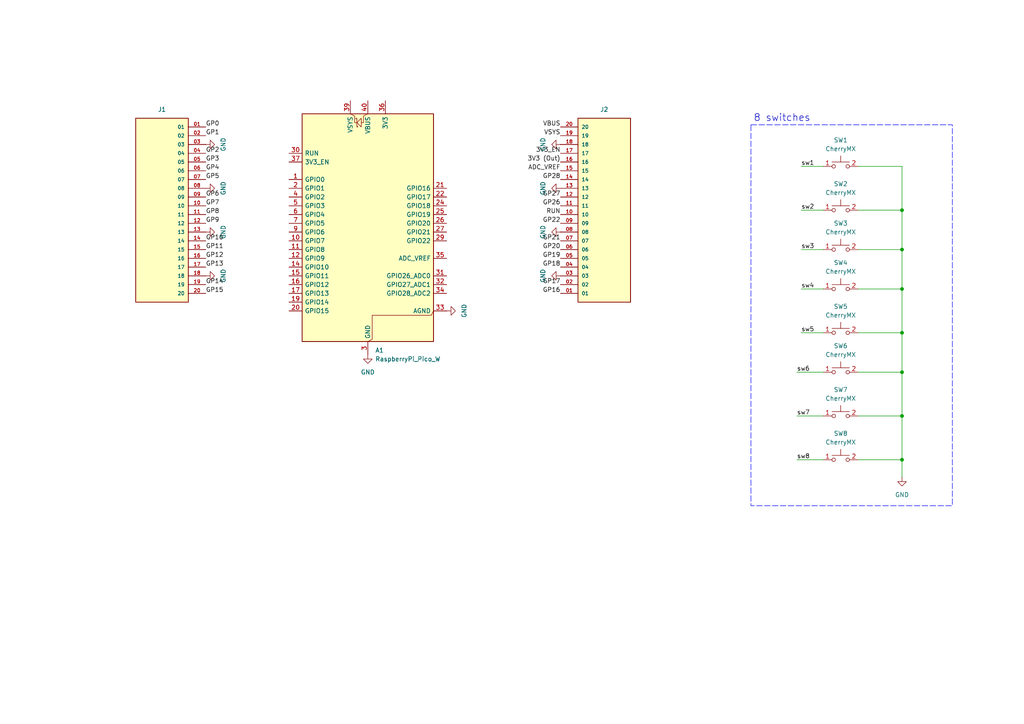
<source format=kicad_sch>
(kicad_sch
	(version 20250114)
	(generator "eeschema")
	(generator_version "9.0")
	(uuid "a9ea1c29-3fe9-4f46-bdab-0b296b7aafd1")
	(paper "A4")
	(lib_symbols
		(symbol "20 pin female:SSW-120-01-G-S-LL"
			(pin_names
				(offset 1.016)
			)
			(exclude_from_sim no)
			(in_bom yes)
			(on_board yes)
			(property "Reference" "J"
				(at -8.12 27.94 0)
				(effects
					(font
						(size 1.27 1.27)
					)
					(justify left bottom)
				)
			)
			(property "Value" "SSW-120-01-G-S-LL"
				(at -7.62 -27.94 0)
				(effects
					(font
						(size 1.27 1.27)
					)
					(justify left bottom)
				)
			)
			(property "Footprint" "SSW-120-01-G-S-LL:SAMTEC_SSW-120-01-G-S-LL"
				(at 0 0 0)
				(effects
					(font
						(size 1.27 1.27)
					)
					(justify bottom)
					(hide yes)
				)
			)
			(property "Datasheet" ""
				(at 0 0 0)
				(effects
					(font
						(size 1.27 1.27)
					)
					(hide yes)
				)
			)
			(property "Description" ""
				(at 0 0 0)
				(effects
					(font
						(size 1.27 1.27)
					)
					(hide yes)
				)
			)
			(property "PARTREV" "R"
				(at 0 0 0)
				(effects
					(font
						(size 1.27 1.27)
					)
					(justify bottom)
					(hide yes)
				)
			)
			(property "STANDARD" "Manufacturer Recommendations"
				(at 0 0 0)
				(effects
					(font
						(size 1.27 1.27)
					)
					(justify bottom)
					(hide yes)
				)
			)
			(property "MANUFACTURER" "Samtec"
				(at 0 0 0)
				(effects
					(font
						(size 1.27 1.27)
					)
					(justify bottom)
					(hide yes)
				)
			)
			(symbol "SSW-120-01-G-S-LL_0_0"
				(rectangle
					(start -7.62 -25.4)
					(end 7.62 27.94)
					(stroke
						(width 0.254)
						(type default)
					)
					(fill
						(type background)
					)
				)
				(pin passive line
					(at -12.7 25.4 0)
					(length 5.08)
					(name "01"
						(effects
							(font
								(size 1.016 1.016)
							)
						)
					)
					(number "01"
						(effects
							(font
								(size 1.016 1.016)
							)
						)
					)
				)
				(pin passive line
					(at -12.7 22.86 0)
					(length 5.08)
					(name "02"
						(effects
							(font
								(size 1.016 1.016)
							)
						)
					)
					(number "02"
						(effects
							(font
								(size 1.016 1.016)
							)
						)
					)
				)
				(pin passive line
					(at -12.7 20.32 0)
					(length 5.08)
					(name "03"
						(effects
							(font
								(size 1.016 1.016)
							)
						)
					)
					(number "03"
						(effects
							(font
								(size 1.016 1.016)
							)
						)
					)
				)
				(pin passive line
					(at -12.7 17.78 0)
					(length 5.08)
					(name "04"
						(effects
							(font
								(size 1.016 1.016)
							)
						)
					)
					(number "04"
						(effects
							(font
								(size 1.016 1.016)
							)
						)
					)
				)
				(pin passive line
					(at -12.7 15.24 0)
					(length 5.08)
					(name "05"
						(effects
							(font
								(size 1.016 1.016)
							)
						)
					)
					(number "05"
						(effects
							(font
								(size 1.016 1.016)
							)
						)
					)
				)
				(pin passive line
					(at -12.7 12.7 0)
					(length 5.08)
					(name "06"
						(effects
							(font
								(size 1.016 1.016)
							)
						)
					)
					(number "06"
						(effects
							(font
								(size 1.016 1.016)
							)
						)
					)
				)
				(pin passive line
					(at -12.7 10.16 0)
					(length 5.08)
					(name "07"
						(effects
							(font
								(size 1.016 1.016)
							)
						)
					)
					(number "07"
						(effects
							(font
								(size 1.016 1.016)
							)
						)
					)
				)
				(pin passive line
					(at -12.7 7.62 0)
					(length 5.08)
					(name "08"
						(effects
							(font
								(size 1.016 1.016)
							)
						)
					)
					(number "08"
						(effects
							(font
								(size 1.016 1.016)
							)
						)
					)
				)
				(pin passive line
					(at -12.7 5.08 0)
					(length 5.08)
					(name "09"
						(effects
							(font
								(size 1.016 1.016)
							)
						)
					)
					(number "09"
						(effects
							(font
								(size 1.016 1.016)
							)
						)
					)
				)
				(pin passive line
					(at -12.7 2.54 0)
					(length 5.08)
					(name "10"
						(effects
							(font
								(size 1.016 1.016)
							)
						)
					)
					(number "10"
						(effects
							(font
								(size 1.016 1.016)
							)
						)
					)
				)
				(pin passive line
					(at -12.7 0 0)
					(length 5.08)
					(name "11"
						(effects
							(font
								(size 1.016 1.016)
							)
						)
					)
					(number "11"
						(effects
							(font
								(size 1.016 1.016)
							)
						)
					)
				)
				(pin passive line
					(at -12.7 -2.54 0)
					(length 5.08)
					(name "12"
						(effects
							(font
								(size 1.016 1.016)
							)
						)
					)
					(number "12"
						(effects
							(font
								(size 1.016 1.016)
							)
						)
					)
				)
				(pin passive line
					(at -12.7 -5.08 0)
					(length 5.08)
					(name "13"
						(effects
							(font
								(size 1.016 1.016)
							)
						)
					)
					(number "13"
						(effects
							(font
								(size 1.016 1.016)
							)
						)
					)
				)
				(pin passive line
					(at -12.7 -7.62 0)
					(length 5.08)
					(name "14"
						(effects
							(font
								(size 1.016 1.016)
							)
						)
					)
					(number "14"
						(effects
							(font
								(size 1.016 1.016)
							)
						)
					)
				)
				(pin passive line
					(at -12.7 -10.16 0)
					(length 5.08)
					(name "15"
						(effects
							(font
								(size 1.016 1.016)
							)
						)
					)
					(number "15"
						(effects
							(font
								(size 1.016 1.016)
							)
						)
					)
				)
				(pin passive line
					(at -12.7 -12.7 0)
					(length 5.08)
					(name "16"
						(effects
							(font
								(size 1.016 1.016)
							)
						)
					)
					(number "16"
						(effects
							(font
								(size 1.016 1.016)
							)
						)
					)
				)
				(pin passive line
					(at -12.7 -15.24 0)
					(length 5.08)
					(name "17"
						(effects
							(font
								(size 1.016 1.016)
							)
						)
					)
					(number "17"
						(effects
							(font
								(size 1.016 1.016)
							)
						)
					)
				)
				(pin passive line
					(at -12.7 -17.78 0)
					(length 5.08)
					(name "18"
						(effects
							(font
								(size 1.016 1.016)
							)
						)
					)
					(number "18"
						(effects
							(font
								(size 1.016 1.016)
							)
						)
					)
				)
				(pin passive line
					(at -12.7 -20.32 0)
					(length 5.08)
					(name "19"
						(effects
							(font
								(size 1.016 1.016)
							)
						)
					)
					(number "19"
						(effects
							(font
								(size 1.016 1.016)
							)
						)
					)
				)
				(pin passive line
					(at -12.7 -22.86 0)
					(length 5.08)
					(name "20"
						(effects
							(font
								(size 1.016 1.016)
							)
						)
					)
					(number "20"
						(effects
							(font
								(size 1.016 1.016)
							)
						)
					)
				)
			)
			(embedded_fonts no)
		)
		(symbol "CherryMX:CherryMX"
			(pin_names
				(offset 0.254)
			)
			(exclude_from_sim no)
			(in_bom yes)
			(on_board yes)
			(property "Reference" "SW"
				(at 2.54 3.175 0)
				(effects
					(font
						(size 1.27 1.27)
					)
				)
			)
			(property "Value" "CherryMX"
				(at 0 -1.905 0)
				(effects
					(font
						(size 1.27 1.27)
					)
				)
			)
			(property "Footprint" ""
				(at 0 0.635 0)
				(effects
					(font
						(size 1.27 1.27)
					)
					(hide yes)
				)
			)
			(property "Datasheet" ""
				(at 0 0.635 0)
				(effects
					(font
						(size 1.27 1.27)
					)
					(hide yes)
				)
			)
			(property "Description" ""
				(at 0 0 0)
				(effects
					(font
						(size 1.27 1.27)
					)
					(hide yes)
				)
			)
			(symbol "CherryMX_1_1"
				(circle
					(center -2.032 0)
					(radius 0.508)
					(stroke
						(width 0)
						(type solid)
					)
					(fill
						(type none)
					)
				)
				(polyline
					(pts
						(xy 0 1.27) (xy 0 3.048)
					)
					(stroke
						(width 0)
						(type solid)
					)
					(fill
						(type none)
					)
				)
				(circle
					(center 2.032 0)
					(radius 0.508)
					(stroke
						(width 0)
						(type solid)
					)
					(fill
						(type none)
					)
				)
				(polyline
					(pts
						(xy 2.54 1.27) (xy -2.54 1.27)
					)
					(stroke
						(width 0)
						(type solid)
					)
					(fill
						(type none)
					)
				)
				(pin passive line
					(at -5.08 0 0)
					(length 2.54)
					(name "~"
						(effects
							(font
								(size 1.27 1.27)
							)
						)
					)
					(number "1"
						(effects
							(font
								(size 1.27 1.27)
							)
						)
					)
				)
				(pin passive line
					(at 5.08 0 180)
					(length 2.54)
					(name "~"
						(effects
							(font
								(size 1.27 1.27)
							)
						)
					)
					(number "2"
						(effects
							(font
								(size 1.27 1.27)
							)
						)
					)
				)
			)
			(embedded_fonts no)
		)
		(symbol "MCU_Module:RaspberryPi_Pico_W"
			(pin_names
				(offset 0.762)
			)
			(exclude_from_sim no)
			(in_bom yes)
			(on_board yes)
			(property "Reference" "A"
				(at -19.05 35.56 0)
				(effects
					(font
						(size 1.27 1.27)
					)
					(justify left)
				)
			)
			(property "Value" "RaspberryPi_Pico_W"
				(at 7.62 35.56 0)
				(effects
					(font
						(size 1.27 1.27)
					)
					(justify left)
				)
			)
			(property "Footprint" "Module:RaspberryPi_Pico_W_SMD_HandSolder"
				(at 0 -46.99 0)
				(effects
					(font
						(size 1.27 1.27)
					)
					(hide yes)
				)
			)
			(property "Datasheet" "https://datasheets.raspberrypi.com/picow/pico-w-datasheet.pdf"
				(at 0 -49.53 0)
				(effects
					(font
						(size 1.27 1.27)
					)
					(hide yes)
				)
			)
			(property "Description" "Versatile and inexpensive wireless microcontroller module powered by RP2040 dual-core Arm Cortex-M0+ processor up to 133 MHz, 264kB SRAM, 2MB QSPI flash, Infineon CYW43439 2.4GHz 802.11n wireless LAN; also supports Raspberry Pi Pico 2 W"
				(at 0 -52.07 0)
				(effects
					(font
						(size 1.27 1.27)
					)
					(hide yes)
				)
			)
			(property "ki_keywords" "RP2350A M33 RISC-V Hazard3 usb wifi bluetooth"
				(at 0 0 0)
				(effects
					(font
						(size 1.27 1.27)
					)
					(hide yes)
				)
			)
			(property "ki_fp_filters" "RaspberryPi?Pico?Common* RaspberryPi?Pico?W?SMD*"
				(at 0 0 0)
				(effects
					(font
						(size 1.27 1.27)
					)
					(hide yes)
				)
			)
			(symbol "RaspberryPi_Pico_W_0_1"
				(rectangle
					(start -19.05 34.29)
					(end 19.05 -31.75)
					(stroke
						(width 0.254)
						(type default)
					)
					(fill
						(type background)
					)
				)
				(polyline
					(pts
						(xy -5.08 34.29) (xy -3.81 33.655) (xy -3.81 31.75) (xy -3.175 31.75)
					)
					(stroke
						(width 0)
						(type default)
					)
					(fill
						(type none)
					)
				)
				(polyline
					(pts
						(xy -3.429 32.766) (xy -3.429 33.02) (xy -3.175 33.02) (xy -3.175 30.48) (xy -2.921 30.48) (xy -2.921 30.734)
					)
					(stroke
						(width 0)
						(type default)
					)
					(fill
						(type none)
					)
				)
				(polyline
					(pts
						(xy -3.175 31.75) (xy -1.905 33.02) (xy -1.905 30.48) (xy -3.175 31.75)
					)
					(stroke
						(width 0)
						(type default)
					)
					(fill
						(type none)
					)
				)
				(polyline
					(pts
						(xy 0 34.29) (xy -1.27 33.655) (xy -1.27 31.75) (xy -1.905 31.75)
					)
					(stroke
						(width 0)
						(type default)
					)
					(fill
						(type none)
					)
				)
				(polyline
					(pts
						(xy 0 -31.75) (xy 1.27 -31.115) (xy 1.27 -24.13) (xy 18.415 -24.13) (xy 19.05 -22.86)
					)
					(stroke
						(width 0)
						(type default)
					)
					(fill
						(type none)
					)
				)
			)
			(symbol "RaspberryPi_Pico_W_1_1"
				(pin passive line
					(at -22.86 22.86 0)
					(length 3.81)
					(name "RUN"
						(effects
							(font
								(size 1.27 1.27)
							)
						)
					)
					(number "30"
						(effects
							(font
								(size 1.27 1.27)
							)
						)
					)
					(alternate "~{RESET}" passive line)
				)
				(pin passive line
					(at -22.86 20.32 0)
					(length 3.81)
					(name "3V3_EN"
						(effects
							(font
								(size 1.27 1.27)
							)
						)
					)
					(number "37"
						(effects
							(font
								(size 1.27 1.27)
							)
						)
					)
					(alternate "~{3V3_DISABLE}" passive line)
				)
				(pin bidirectional line
					(at -22.86 15.24 0)
					(length 3.81)
					(name "GPIO0"
						(effects
							(font
								(size 1.27 1.27)
							)
						)
					)
					(number "1"
						(effects
							(font
								(size 1.27 1.27)
							)
						)
					)
					(alternate "I2C0_SDA" bidirectional line)
					(alternate "PWM0_A" output line)
					(alternate "SPI0_RX" input line)
					(alternate "UART0_TX" output line)
					(alternate "USB_OVCUR_DET" input line)
				)
				(pin bidirectional line
					(at -22.86 12.7 0)
					(length 3.81)
					(name "GPIO1"
						(effects
							(font
								(size 1.27 1.27)
							)
						)
					)
					(number "2"
						(effects
							(font
								(size 1.27 1.27)
							)
						)
					)
					(alternate "I2C0_SCL" bidirectional clock)
					(alternate "PWM0_B" bidirectional line)
					(alternate "UART0_RX" input line)
					(alternate "USB_VBUS_DET" passive line)
					(alternate "~{SPI0_CSn}" bidirectional line)
				)
				(pin bidirectional line
					(at -22.86 10.16 0)
					(length 3.81)
					(name "GPIO2"
						(effects
							(font
								(size 1.27 1.27)
							)
						)
					)
					(number "4"
						(effects
							(font
								(size 1.27 1.27)
							)
						)
					)
					(alternate "I2C1_SDA" bidirectional line)
					(alternate "PWM1_A" output line)
					(alternate "SPI0_SCK" bidirectional clock)
					(alternate "UART0_CTS" input line)
					(alternate "USB_VBUS_EN" output line)
				)
				(pin bidirectional line
					(at -22.86 7.62 0)
					(length 3.81)
					(name "GPIO3"
						(effects
							(font
								(size 1.27 1.27)
							)
						)
					)
					(number "5"
						(effects
							(font
								(size 1.27 1.27)
							)
						)
					)
					(alternate "I2C1_SCL" bidirectional clock)
					(alternate "PWM1_B" bidirectional line)
					(alternate "SPI0_TX" output line)
					(alternate "UART0_RTS" output line)
					(alternate "USB_OVCUR_DET" input line)
				)
				(pin bidirectional line
					(at -22.86 5.08 0)
					(length 3.81)
					(name "GPIO4"
						(effects
							(font
								(size 1.27 1.27)
							)
						)
					)
					(number "6"
						(effects
							(font
								(size 1.27 1.27)
							)
						)
					)
					(alternate "I2C0_SDA" bidirectional line)
					(alternate "PWM2_A" output line)
					(alternate "SPI0_RX" input line)
					(alternate "UART1_TX" output line)
					(alternate "USB_VBUS_DET" input line)
				)
				(pin bidirectional line
					(at -22.86 2.54 0)
					(length 3.81)
					(name "GPIO5"
						(effects
							(font
								(size 1.27 1.27)
							)
						)
					)
					(number "7"
						(effects
							(font
								(size 1.27 1.27)
							)
						)
					)
					(alternate "I2C0_SCL" bidirectional clock)
					(alternate "PWM2_B" bidirectional line)
					(alternate "UART1_RX" input line)
					(alternate "USB_VBUS_EN" output line)
					(alternate "~{SPI0_CSn}" bidirectional line)
				)
				(pin bidirectional line
					(at -22.86 0 0)
					(length 3.81)
					(name "GPIO6"
						(effects
							(font
								(size 1.27 1.27)
							)
						)
					)
					(number "9"
						(effects
							(font
								(size 1.27 1.27)
							)
						)
					)
					(alternate "I2C1_SDA" bidirectional line)
					(alternate "PWM3_A" output line)
					(alternate "SPI0_SCK" bidirectional clock)
					(alternate "UART1_CTS" input line)
					(alternate "USB_OVCUR_DET" input line)
				)
				(pin bidirectional line
					(at -22.86 -2.54 0)
					(length 3.81)
					(name "GPIO7"
						(effects
							(font
								(size 1.27 1.27)
							)
						)
					)
					(number "10"
						(effects
							(font
								(size 1.27 1.27)
							)
						)
					)
					(alternate "I2C1_SCL" bidirectional clock)
					(alternate "PWM3_B" bidirectional line)
					(alternate "SPI0_TX" output line)
					(alternate "UART1_RTS" output line)
					(alternate "USB_VBUS_DET" input line)
				)
				(pin bidirectional line
					(at -22.86 -5.08 0)
					(length 3.81)
					(name "GPIO8"
						(effects
							(font
								(size 1.27 1.27)
							)
						)
					)
					(number "11"
						(effects
							(font
								(size 1.27 1.27)
							)
						)
					)
					(alternate "I2C0_SDA" bidirectional line)
					(alternate "PWM4_A" output line)
					(alternate "SPI1_RX" input line)
					(alternate "UART1_TX" output line)
					(alternate "USB_VBUS_EN" output line)
				)
				(pin bidirectional line
					(at -22.86 -7.62 0)
					(length 3.81)
					(name "GPIO9"
						(effects
							(font
								(size 1.27 1.27)
							)
						)
					)
					(number "12"
						(effects
							(font
								(size 1.27 1.27)
							)
						)
					)
					(alternate "I2C0_SCL" bidirectional clock)
					(alternate "PWM4_B" bidirectional line)
					(alternate "UART1_RX" input line)
					(alternate "USB_OVCUR_DET" input line)
					(alternate "~{SPI1_CSn}" bidirectional line)
				)
				(pin bidirectional line
					(at -22.86 -10.16 0)
					(length 3.81)
					(name "GPIO10"
						(effects
							(font
								(size 1.27 1.27)
							)
						)
					)
					(number "14"
						(effects
							(font
								(size 1.27 1.27)
							)
						)
					)
					(alternate "I2C1_SDA" bidirectional line)
					(alternate "PWM5_A" output line)
					(alternate "SPI1_SCK" bidirectional clock)
					(alternate "UART1_CTS" input line)
					(alternate "USB_VBUS_DET" input line)
				)
				(pin bidirectional line
					(at -22.86 -12.7 0)
					(length 3.81)
					(name "GPIO11"
						(effects
							(font
								(size 1.27 1.27)
							)
						)
					)
					(number "15"
						(effects
							(font
								(size 1.27 1.27)
							)
						)
					)
					(alternate "I2C1_SCL" bidirectional clock)
					(alternate "PWM5_B" bidirectional line)
					(alternate "SPI1_TX" output line)
					(alternate "UART1_RTS" output line)
					(alternate "USB_VBUS_EN" output line)
				)
				(pin bidirectional line
					(at -22.86 -15.24 0)
					(length 3.81)
					(name "GPIO12"
						(effects
							(font
								(size 1.27 1.27)
							)
						)
					)
					(number "16"
						(effects
							(font
								(size 1.27 1.27)
							)
						)
					)
					(alternate "I2C0_SDA" bidirectional line)
					(alternate "PWM6_A" output line)
					(alternate "SPI1_RX" input line)
					(alternate "UART0_TX" output line)
					(alternate "USB_OVCUR_DET" input line)
				)
				(pin bidirectional line
					(at -22.86 -17.78 0)
					(length 3.81)
					(name "GPIO13"
						(effects
							(font
								(size 1.27 1.27)
							)
						)
					)
					(number "17"
						(effects
							(font
								(size 1.27 1.27)
							)
						)
					)
					(alternate "I2C0_SCL" bidirectional clock)
					(alternate "PWM6_B" bidirectional line)
					(alternate "UART0_RX" input line)
					(alternate "USB_VBUS_DET" input line)
					(alternate "~{SPI1_CSn}" bidirectional line)
				)
				(pin bidirectional line
					(at -22.86 -20.32 0)
					(length 3.81)
					(name "GPIO14"
						(effects
							(font
								(size 1.27 1.27)
							)
						)
					)
					(number "19"
						(effects
							(font
								(size 1.27 1.27)
							)
						)
					)
					(alternate "I2C1_SDA" bidirectional line)
					(alternate "PWM7_A" output line)
					(alternate "SPI1_SCK" bidirectional clock)
					(alternate "UART0_CTS" input line)
					(alternate "USB_VBUS_EN" output line)
				)
				(pin bidirectional line
					(at -22.86 -22.86 0)
					(length 3.81)
					(name "GPIO15"
						(effects
							(font
								(size 1.27 1.27)
							)
						)
					)
					(number "20"
						(effects
							(font
								(size 1.27 1.27)
							)
						)
					)
					(alternate "I2C1_SCL" bidirectional clock)
					(alternate "PWM7_B" bidirectional line)
					(alternate "SPI1_TX" output line)
					(alternate "UART0_RTS" output line)
					(alternate "USB_OVCUR_DET" input line)
				)
				(pin power_in line
					(at -5.08 38.1 270)
					(length 3.81)
					(name "VSYS"
						(effects
							(font
								(size 1.27 1.27)
							)
						)
					)
					(number "39"
						(effects
							(font
								(size 1.27 1.27)
							)
						)
					)
					(alternate "VSYS_OUT" power_out line)
				)
				(pin power_out line
					(at 0 38.1 270)
					(length 3.81)
					(name "VBUS"
						(effects
							(font
								(size 1.27 1.27)
							)
						)
					)
					(number "40"
						(effects
							(font
								(size 1.27 1.27)
							)
						)
					)
					(alternate "VBUS_IN" power_in line)
				)
				(pin passive line
					(at 0 -35.56 90)
					(length 3.81)
					(hide yes)
					(name "GND"
						(effects
							(font
								(size 1.27 1.27)
							)
						)
					)
					(number "13"
						(effects
							(font
								(size 1.27 1.27)
							)
						)
					)
				)
				(pin passive line
					(at 0 -35.56 90)
					(length 3.81)
					(hide yes)
					(name "GND"
						(effects
							(font
								(size 1.27 1.27)
							)
						)
					)
					(number "18"
						(effects
							(font
								(size 1.27 1.27)
							)
						)
					)
				)
				(pin passive line
					(at 0 -35.56 90)
					(length 3.81)
					(hide yes)
					(name "GND"
						(effects
							(font
								(size 1.27 1.27)
							)
						)
					)
					(number "23"
						(effects
							(font
								(size 1.27 1.27)
							)
						)
					)
				)
				(pin passive line
					(at 0 -35.56 90)
					(length 3.81)
					(hide yes)
					(name "GND"
						(effects
							(font
								(size 1.27 1.27)
							)
						)
					)
					(number "28"
						(effects
							(font
								(size 1.27 1.27)
							)
						)
					)
				)
				(pin power_out line
					(at 0 -35.56 90)
					(length 3.81)
					(name "GND"
						(effects
							(font
								(size 1.27 1.27)
							)
						)
					)
					(number "3"
						(effects
							(font
								(size 1.27 1.27)
							)
						)
					)
					(alternate "GND_IN" power_in line)
				)
				(pin passive line
					(at 0 -35.56 90)
					(length 3.81)
					(hide yes)
					(name "GND"
						(effects
							(font
								(size 1.27 1.27)
							)
						)
					)
					(number "38"
						(effects
							(font
								(size 1.27 1.27)
							)
						)
					)
				)
				(pin passive line
					(at 0 -35.56 90)
					(length 3.81)
					(hide yes)
					(name "GND"
						(effects
							(font
								(size 1.27 1.27)
							)
						)
					)
					(number "8"
						(effects
							(font
								(size 1.27 1.27)
							)
						)
					)
				)
				(pin power_out line
					(at 5.08 38.1 270)
					(length 3.81)
					(name "3V3"
						(effects
							(font
								(size 1.27 1.27)
							)
						)
					)
					(number "36"
						(effects
							(font
								(size 1.27 1.27)
							)
						)
					)
				)
				(pin bidirectional line
					(at 22.86 12.7 180)
					(length 3.81)
					(name "GPIO16"
						(effects
							(font
								(size 1.27 1.27)
							)
						)
					)
					(number "21"
						(effects
							(font
								(size 1.27 1.27)
							)
						)
					)
					(alternate "I2C0_SDA" bidirectional line)
					(alternate "PWM0_A" output line)
					(alternate "SPI0_RX" input line)
					(alternate "UART0_TX" output line)
					(alternate "USB_VBUS_DET" input line)
				)
				(pin bidirectional line
					(at 22.86 10.16 180)
					(length 3.81)
					(name "GPIO17"
						(effects
							(font
								(size 1.27 1.27)
							)
						)
					)
					(number "22"
						(effects
							(font
								(size 1.27 1.27)
							)
						)
					)
					(alternate "I2C0_SCL" bidirectional clock)
					(alternate "PWM0_B" bidirectional line)
					(alternate "UART0_RX" input line)
					(alternate "USB_VBUS_EN" output line)
					(alternate "~{SPI0_CSn}" bidirectional line)
				)
				(pin bidirectional line
					(at 22.86 7.62 180)
					(length 3.81)
					(name "GPIO18"
						(effects
							(font
								(size 1.27 1.27)
							)
						)
					)
					(number "24"
						(effects
							(font
								(size 1.27 1.27)
							)
						)
					)
					(alternate "I2C1_SDA" bidirectional line)
					(alternate "PWM1_A" output line)
					(alternate "SPI0_SCK" bidirectional clock)
					(alternate "UART0_CTS" input line)
					(alternate "USB_OVCUR_DET" input line)
				)
				(pin bidirectional line
					(at 22.86 5.08 180)
					(length 3.81)
					(name "GPIO19"
						(effects
							(font
								(size 1.27 1.27)
							)
						)
					)
					(number "25"
						(effects
							(font
								(size 1.27 1.27)
							)
						)
					)
					(alternate "I2C1_SCL" bidirectional clock)
					(alternate "PWM1_B" bidirectional line)
					(alternate "SPI0_TX" output line)
					(alternate "UART0_RTS" output line)
					(alternate "USB_VBUS_DET" input line)
				)
				(pin bidirectional line
					(at 22.86 2.54 180)
					(length 3.81)
					(name "GPIO20"
						(effects
							(font
								(size 1.27 1.27)
							)
						)
					)
					(number "26"
						(effects
							(font
								(size 1.27 1.27)
							)
						)
					)
					(alternate "CLOCK_GPIN0" input clock)
					(alternate "I2C0_SDA" bidirectional line)
					(alternate "PWM2_A" output line)
					(alternate "SPI0_RX" input line)
					(alternate "UART1_TX" output line)
					(alternate "USB_VBUS_EN" output line)
				)
				(pin bidirectional line
					(at 22.86 0 180)
					(length 3.81)
					(name "GPIO21"
						(effects
							(font
								(size 1.27 1.27)
							)
						)
					)
					(number "27"
						(effects
							(font
								(size 1.27 1.27)
							)
						)
					)
					(alternate "CLOCK_GPOUT0" output clock)
					(alternate "I2C0_SCL" bidirectional clock)
					(alternate "PWM2_B" bidirectional line)
					(alternate "UART1_RX" input line)
					(alternate "USB_OVCUR_DET" input line)
					(alternate "~{SPI0_CSn}" bidirectional line)
				)
				(pin bidirectional line
					(at 22.86 -2.54 180)
					(length 3.81)
					(name "GPIO22"
						(effects
							(font
								(size 1.27 1.27)
							)
						)
					)
					(number "29"
						(effects
							(font
								(size 1.27 1.27)
							)
						)
					)
					(alternate "CLOCK_GPIN1" input clock)
					(alternate "I2C1_SDA" bidirectional line)
					(alternate "PWM3_A" output line)
					(alternate "SPI0_SCK" bidirectional clock)
					(alternate "UART1_CTS" input line)
					(alternate "USB_VBUS_DET" input line)
				)
				(pin power_in line
					(at 22.86 -7.62 180)
					(length 3.81)
					(name "ADC_VREF"
						(effects
							(font
								(size 1.27 1.27)
							)
						)
					)
					(number "35"
						(effects
							(font
								(size 1.27 1.27)
							)
						)
					)
				)
				(pin bidirectional line
					(at 22.86 -12.7 180)
					(length 3.81)
					(name "GPIO26_ADC0"
						(effects
							(font
								(size 1.27 1.27)
							)
						)
					)
					(number "31"
						(effects
							(font
								(size 1.27 1.27)
							)
						)
					)
					(alternate "ADC0" input line)
					(alternate "GPIO26" bidirectional line)
					(alternate "I2C1_SDA" bidirectional line)
					(alternate "PWM5_A" output line)
					(alternate "SPI1_SCK" bidirectional clock)
					(alternate "UART1_CTS" input line)
					(alternate "USB_VBUS_EN" output line)
				)
				(pin bidirectional line
					(at 22.86 -15.24 180)
					(length 3.81)
					(name "GPIO27_ADC1"
						(effects
							(font
								(size 1.27 1.27)
							)
						)
					)
					(number "32"
						(effects
							(font
								(size 1.27 1.27)
							)
						)
					)
					(alternate "ADC1" input line)
					(alternate "GPIO27" bidirectional line)
					(alternate "I2C1_SCL" bidirectional clock)
					(alternate "PWM5_B" bidirectional line)
					(alternate "SPI1_TX" output line)
					(alternate "UART1_RTS" output line)
					(alternate "USB_OVCUR_DET" input line)
				)
				(pin bidirectional line
					(at 22.86 -17.78 180)
					(length 3.81)
					(name "GPIO28_ADC2"
						(effects
							(font
								(size 1.27 1.27)
							)
						)
					)
					(number "34"
						(effects
							(font
								(size 1.27 1.27)
							)
						)
					)
					(alternate "ADC2" input line)
					(alternate "GPIO28" bidirectional line)
					(alternate "I2C0_SDA" bidirectional line)
					(alternate "PWM6_A" output line)
					(alternate "SPI1_RX" input line)
					(alternate "UART0_TX" output line)
					(alternate "USB_VBUS_DET" input line)
				)
				(pin power_out line
					(at 22.86 -22.86 180)
					(length 3.81)
					(name "AGND"
						(effects
							(font
								(size 1.27 1.27)
							)
						)
					)
					(number "33"
						(effects
							(font
								(size 1.27 1.27)
							)
						)
					)
					(alternate "GND" passive line)
				)
			)
			(embedded_fonts no)
		)
		(symbol "power:GND"
			(power)
			(pin_numbers
				(hide yes)
			)
			(pin_names
				(offset 0)
				(hide yes)
			)
			(exclude_from_sim no)
			(in_bom yes)
			(on_board yes)
			(property "Reference" "#PWR"
				(at 0 -6.35 0)
				(effects
					(font
						(size 1.27 1.27)
					)
					(hide yes)
				)
			)
			(property "Value" "GND"
				(at 0 -3.81 0)
				(effects
					(font
						(size 1.27 1.27)
					)
				)
			)
			(property "Footprint" ""
				(at 0 0 0)
				(effects
					(font
						(size 1.27 1.27)
					)
					(hide yes)
				)
			)
			(property "Datasheet" ""
				(at 0 0 0)
				(effects
					(font
						(size 1.27 1.27)
					)
					(hide yes)
				)
			)
			(property "Description" "Power symbol creates a global label with name \"GND\" , ground"
				(at 0 0 0)
				(effects
					(font
						(size 1.27 1.27)
					)
					(hide yes)
				)
			)
			(property "ki_keywords" "global power"
				(at 0 0 0)
				(effects
					(font
						(size 1.27 1.27)
					)
					(hide yes)
				)
			)
			(symbol "GND_0_1"
				(polyline
					(pts
						(xy 0 0) (xy 0 -1.27) (xy 1.27 -1.27) (xy 0 -2.54) (xy -1.27 -1.27) (xy 0 -1.27)
					)
					(stroke
						(width 0)
						(type default)
					)
					(fill
						(type none)
					)
				)
			)
			(symbol "GND_1_1"
				(pin power_in line
					(at 0 0 270)
					(length 0)
					(name "~"
						(effects
							(font
								(size 1.27 1.27)
							)
						)
					)
					(number "1"
						(effects
							(font
								(size 1.27 1.27)
							)
						)
					)
				)
			)
			(embedded_fonts no)
		)
	)
	(rectangle
		(start 217.805 36.195)
		(end 276.225 146.685)
		(stroke
			(width 0)
			(type dash)
			(color 0 0 255 1)
		)
		(fill
			(type none)
		)
		(uuid 755a2b2c-633f-46b6-b013-badf809ffa66)
	)
	(text "8 switches\n"
		(exclude_from_sim no)
		(at 226.822 34.29 0)
		(effects
			(font
				(size 2.032 2.032)
			)
		)
		(uuid "e9d46cf6-db61-4302-866d-e4f8da6dde2a")
	)
	(junction
		(at 261.62 107.95)
		(diameter 0)
		(color 0 0 0 0)
		(uuid "07662f04-cea3-4cf0-91f9-06e07ecb28b5")
	)
	(junction
		(at 261.62 72.39)
		(diameter 0)
		(color 0 0 0 0)
		(uuid "29f55295-c5e0-4b7c-9ee3-dfa0bf06fcf1")
	)
	(junction
		(at 261.62 120.65)
		(diameter 0)
		(color 0 0 0 0)
		(uuid "331d31ca-db0d-43d1-b4bb-876ec236ef33")
	)
	(junction
		(at 261.62 60.96)
		(diameter 0)
		(color 0 0 0 0)
		(uuid "83ec3260-4d9c-48f2-92fc-e669eedc5d79")
	)
	(junction
		(at 261.62 96.52)
		(diameter 0)
		(color 0 0 0 0)
		(uuid "923b843a-f1d9-4e5c-82f5-2ceae1b9fc5c")
	)
	(junction
		(at 261.62 83.82)
		(diameter 0)
		(color 0 0 0 0)
		(uuid "c634b4d6-9f77-4ec2-87fe-0821678c9821")
	)
	(junction
		(at 261.62 133.35)
		(diameter 0)
		(color 0 0 0 0)
		(uuid "c8459f23-1304-449e-8b69-a4d0cf74a3b7")
	)
	(wire
		(pts
			(xy 248.92 107.95) (xy 261.62 107.95)
		)
		(stroke
			(width 0)
			(type default)
		)
		(uuid "283c11a6-c919-4898-87c1-75591a3e7d1a")
	)
	(wire
		(pts
			(xy 261.62 48.26) (xy 261.62 60.96)
		)
		(stroke
			(width 0)
			(type default)
		)
		(uuid "2b9fb246-e10e-4a73-892e-2a9e3cdf4cab")
	)
	(wire
		(pts
			(xy 261.62 133.35) (xy 261.62 138.43)
		)
		(stroke
			(width 0)
			(type default)
		)
		(uuid "35cef9a4-5ae7-4945-aa22-3fda38315fd3")
	)
	(wire
		(pts
			(xy 232.41 83.82) (xy 238.76 83.82)
		)
		(stroke
			(width 0)
			(type default)
		)
		(uuid "39407329-17aa-4275-8e74-b35a3b938971")
	)
	(wire
		(pts
			(xy 248.92 133.35) (xy 261.62 133.35)
		)
		(stroke
			(width 0)
			(type default)
		)
		(uuid "42a38394-bdce-43dd-b588-88225e6f81da")
	)
	(wire
		(pts
			(xy 248.92 60.96) (xy 261.62 60.96)
		)
		(stroke
			(width 0)
			(type default)
		)
		(uuid "440bc23d-d0bf-40c8-a359-b204a083a311")
	)
	(wire
		(pts
			(xy 248.92 83.82) (xy 261.62 83.82)
		)
		(stroke
			(width 0)
			(type default)
		)
		(uuid "447a7683-96eb-4e1f-996f-41cbbb22545b")
	)
	(wire
		(pts
			(xy 248.92 72.39) (xy 261.62 72.39)
		)
		(stroke
			(width 0)
			(type default)
		)
		(uuid "5a754433-f556-4e3e-bb8f-6d90f7fbbd79")
	)
	(wire
		(pts
			(xy 232.41 48.26) (xy 238.76 48.26)
		)
		(stroke
			(width 0)
			(type default)
		)
		(uuid "5d828325-f92f-4840-aa10-aa74a16ceebc")
	)
	(wire
		(pts
			(xy 261.62 60.96) (xy 261.62 72.39)
		)
		(stroke
			(width 0)
			(type default)
		)
		(uuid "5e33c0a4-12ad-4112-bb67-f04477ac85df")
	)
	(wire
		(pts
			(xy 231.14 133.35) (xy 238.76 133.35)
		)
		(stroke
			(width 0)
			(type default)
		)
		(uuid "6939bb1e-546c-4afe-a0c7-011ad2b22320")
	)
	(wire
		(pts
			(xy 261.62 96.52) (xy 261.62 107.95)
		)
		(stroke
			(width 0)
			(type default)
		)
		(uuid "7b8dd4f9-99f7-4851-9d87-ab8e501d840e")
	)
	(wire
		(pts
			(xy 231.14 120.65) (xy 238.76 120.65)
		)
		(stroke
			(width 0)
			(type default)
		)
		(uuid "983c7161-fd86-46c5-aba1-6615a4c566fc")
	)
	(wire
		(pts
			(xy 232.41 72.39) (xy 238.76 72.39)
		)
		(stroke
			(width 0)
			(type default)
		)
		(uuid "9be65847-82ae-4d2f-884a-512828a06f5c")
	)
	(wire
		(pts
			(xy 231.14 107.95) (xy 238.76 107.95)
		)
		(stroke
			(width 0)
			(type default)
		)
		(uuid "a34b6644-2d38-4b0a-8f37-4835c75e8e73")
	)
	(wire
		(pts
			(xy 261.62 83.82) (xy 261.62 96.52)
		)
		(stroke
			(width 0)
			(type default)
		)
		(uuid "a83499b1-643b-4571-afcc-36b0449c97cc")
	)
	(wire
		(pts
			(xy 232.41 60.96) (xy 238.76 60.96)
		)
		(stroke
			(width 0)
			(type default)
		)
		(uuid "b79c6c08-9cf2-4fed-a147-493abf3fdd65")
	)
	(wire
		(pts
			(xy 261.62 120.65) (xy 261.62 133.35)
		)
		(stroke
			(width 0)
			(type default)
		)
		(uuid "c7d98af2-cd34-46be-b5df-f0d48be5576d")
	)
	(wire
		(pts
			(xy 248.92 120.65) (xy 261.62 120.65)
		)
		(stroke
			(width 0)
			(type default)
		)
		(uuid "ce7dfe24-974e-44ca-8f1b-a2b1ef672651")
	)
	(wire
		(pts
			(xy 248.92 96.52) (xy 261.62 96.52)
		)
		(stroke
			(width 0)
			(type default)
		)
		(uuid "ce8fb86b-65f1-4c46-aa49-821e8228dfdc")
	)
	(wire
		(pts
			(xy 261.62 107.95) (xy 261.62 120.65)
		)
		(stroke
			(width 0)
			(type default)
		)
		(uuid "cf7035ee-d8a3-446f-880c-c13713acb5f1")
	)
	(wire
		(pts
			(xy 248.92 48.26) (xy 261.62 48.26)
		)
		(stroke
			(width 0)
			(type default)
		)
		(uuid "e6fad5c6-e580-4386-ad12-a04767d670f3")
	)
	(wire
		(pts
			(xy 232.41 96.52) (xy 238.76 96.52)
		)
		(stroke
			(width 0)
			(type default)
		)
		(uuid "ee8ecd1f-367c-4cad-8dea-bf5be3df52a3")
	)
	(wire
		(pts
			(xy 261.62 72.39) (xy 261.62 83.82)
		)
		(stroke
			(width 0)
			(type default)
		)
		(uuid "fde4e230-df71-4ae8-8a12-16bd84f60949")
	)
	(label "3V3 (Out)"
		(at 162.56 46.99 180)
		(effects
			(font
				(size 1.27 1.27)
			)
			(justify right bottom)
		)
		(uuid "042527e0-62be-43ce-b86f-5a6e66e7e532")
	)
	(label "GP2"
		(at 59.69 44.45 0)
		(effects
			(font
				(size 1.27 1.27)
			)
			(justify left bottom)
		)
		(uuid "10422644-427c-4422-b003-cd82e9d701ca")
	)
	(label "VSYS"
		(at 162.56 39.37 180)
		(effects
			(font
				(size 1.27 1.27)
			)
			(justify right bottom)
		)
		(uuid "15cb0b77-4125-497d-a562-4c84750c9ab3")
	)
	(label "sw7"
		(at 231.14 120.65 0)
		(effects
			(font
				(size 1.27 1.27)
			)
			(justify left bottom)
		)
		(uuid "1cb88e1c-da2b-4c51-aa52-bd6bddbd81ce")
	)
	(label "GP7"
		(at 59.69 59.69 0)
		(effects
			(font
				(size 1.27 1.27)
			)
			(justify left bottom)
		)
		(uuid "2e51d5f2-19a2-4a7b-b70c-167d52a8f028")
	)
	(label "sw1"
		(at 232.41 48.26 0)
		(effects
			(font
				(size 1.27 1.27)
			)
			(justify left bottom)
		)
		(uuid "369774a7-b81b-4d4b-818a-dfa7c892e519")
	)
	(label "GP9"
		(at 59.69 64.77 0)
		(effects
			(font
				(size 1.27 1.27)
			)
			(justify left bottom)
		)
		(uuid "37e5e5e0-1e9a-4a69-b858-78d10819f164")
	)
	(label "VBUS"
		(at 162.56 36.83 180)
		(effects
			(font
				(size 1.27 1.27)
			)
			(justify right bottom)
		)
		(uuid "393e9db4-c738-4dfe-821d-2190c6af793b")
	)
	(label "sw4"
		(at 232.41 83.82 0)
		(effects
			(font
				(size 1.27 1.27)
			)
			(justify left bottom)
		)
		(uuid "3ab7eec8-eeec-4b9e-b4d6-26bab8fe0877")
	)
	(label "GP5"
		(at 59.69 52.07 0)
		(effects
			(font
				(size 1.27 1.27)
			)
			(justify left bottom)
		)
		(uuid "46c8d61f-acc6-4559-aeca-5a187ea8ff13")
	)
	(label "sw6"
		(at 231.14 107.95 0)
		(effects
			(font
				(size 1.27 1.27)
			)
			(justify left bottom)
		)
		(uuid "480bd3ce-1eeb-44f8-adaa-f32d3b81ee87")
	)
	(label "3V3_EN"
		(at 162.56 44.45 180)
		(effects
			(font
				(size 1.27 1.27)
			)
			(justify right bottom)
		)
		(uuid "482c8f34-bf46-41a4-ac2e-43bf19e37b44")
	)
	(label "GP11"
		(at 59.69 72.39 0)
		(effects
			(font
				(size 1.27 1.27)
			)
			(justify left bottom)
		)
		(uuid "53cac0f9-6d3d-4160-8e9d-89b26d0eff7f")
	)
	(label "sw8"
		(at 231.14 133.35 0)
		(effects
			(font
				(size 1.27 1.27)
			)
			(justify left bottom)
		)
		(uuid "565edaa3-5ac4-4ec8-8420-232197c3b1ba")
	)
	(label "RUN"
		(at 162.56 62.23 180)
		(effects
			(font
				(size 1.27 1.27)
			)
			(justify right bottom)
		)
		(uuid "57bc75eb-8110-4bde-a249-0f6f3e003b9c")
	)
	(label "GP17"
		(at 162.56 82.55 180)
		(effects
			(font
				(size 1.27 1.27)
			)
			(justify right bottom)
		)
		(uuid "581b9f95-4298-4178-9765-500295f9b58b")
	)
	(label "GP14"
		(at 59.69 82.55 0)
		(effects
			(font
				(size 1.27 1.27)
			)
			(justify left bottom)
		)
		(uuid "60207dc6-46cf-45e6-b66e-f53feebedc34")
	)
	(label "GP3"
		(at 59.69 46.99 0)
		(effects
			(font
				(size 1.27 1.27)
			)
			(justify left bottom)
		)
		(uuid "646f1d28-09ee-4fc6-a95e-8bfa21dc6c0d")
	)
	(label "GP10"
		(at 59.69 69.85 0)
		(effects
			(font
				(size 1.27 1.27)
			)
			(justify left bottom)
		)
		(uuid "65f4ac7d-d363-4bf6-87d5-ea6ae881ce6d")
	)
	(label "GP0"
		(at 59.69 36.83 0)
		(effects
			(font
				(size 1.27 1.27)
			)
			(justify left bottom)
		)
		(uuid "68519e9f-b898-4042-be1b-60c8b3335b5f")
	)
	(label "GP18"
		(at 162.56 77.47 180)
		(effects
			(font
				(size 1.27 1.27)
			)
			(justify right bottom)
		)
		(uuid "6a3e5730-96a6-4057-afaa-06c78fca3b91")
	)
	(label "GP21"
		(at 162.56 69.85 180)
		(effects
			(font
				(size 1.27 1.27)
			)
			(justify right bottom)
		)
		(uuid "737012a7-9377-4a3e-b5ea-8f3563b1c0e9")
	)
	(label "sw5"
		(at 232.41 96.52 0)
		(effects
			(font
				(size 1.27 1.27)
			)
			(justify left bottom)
		)
		(uuid "78e054af-c829-43a2-9c40-b9d59b83bbb8")
	)
	(label "GP13"
		(at 59.69 77.47 0)
		(effects
			(font
				(size 1.27 1.27)
			)
			(justify left bottom)
		)
		(uuid "7dd4c0e2-7334-4636-98a7-39aa9e5d86d5")
	)
	(label "GP22"
		(at 162.56 64.77 180)
		(effects
			(font
				(size 1.27 1.27)
			)
			(justify right bottom)
		)
		(uuid "892b03c4-6fad-4730-9072-aa641d533ac0")
	)
	(label "sw2"
		(at 232.41 60.96 0)
		(effects
			(font
				(size 1.27 1.27)
			)
			(justify left bottom)
		)
		(uuid "964368aa-f5cd-4867-b737-e22625adc939")
	)
	(label "GP12"
		(at 59.69 74.93 0)
		(effects
			(font
				(size 1.27 1.27)
			)
			(justify left bottom)
		)
		(uuid "966db767-1f24-4712-869e-75adc71d491c")
	)
	(label "sw3"
		(at 232.41 72.39 0)
		(effects
			(font
				(size 1.27 1.27)
			)
			(justify left bottom)
		)
		(uuid "9ebfe99d-d3a4-4416-acfb-02a786701cb6")
	)
	(label "GP27"
		(at 162.56 57.15 180)
		(effects
			(font
				(size 1.27 1.27)
			)
			(justify right bottom)
		)
		(uuid "a9c424bf-81da-4e2e-b3d7-8aabd9b044a1")
	)
	(label "GP1"
		(at 59.69 39.37 0)
		(effects
			(font
				(size 1.27 1.27)
			)
			(justify left bottom)
		)
		(uuid "ad56c68b-ae61-4b46-8405-9b74d33be633")
	)
	(label "GP16"
		(at 162.56 85.09 180)
		(effects
			(font
				(size 1.27 1.27)
			)
			(justify right bottom)
		)
		(uuid "b256596c-8418-4212-85ff-a60dbe8e9600")
	)
	(label "GP4"
		(at 59.69 49.53 0)
		(effects
			(font
				(size 1.27 1.27)
			)
			(justify left bottom)
		)
		(uuid "bf19df68-2f8f-4c14-bf22-5d031dcb463c")
	)
	(label "GP6"
		(at 59.69 57.15 0)
		(effects
			(font
				(size 1.27 1.27)
			)
			(justify left bottom)
		)
		(uuid "cd8da46d-597d-45a8-8beb-d4623bcb6a34")
	)
	(label "GP19"
		(at 162.56 74.93 180)
		(effects
			(font
				(size 1.27 1.27)
			)
			(justify right bottom)
		)
		(uuid "d7535ca7-50b3-45ff-84f2-5fcc5637e075")
	)
	(label "ADC_VREF"
		(at 162.56 49.53 180)
		(effects
			(font
				(size 1.27 1.27)
			)
			(justify right bottom)
		)
		(uuid "d9bd2798-dd45-4c9f-b733-4882de19a71d")
	)
	(label "GP28"
		(at 162.56 52.07 180)
		(effects
			(font
				(size 1.27 1.27)
			)
			(justify right bottom)
		)
		(uuid "e1f89ab3-12b9-4b97-872c-71da5e0cc022")
	)
	(label "GP26"
		(at 162.56 59.69 180)
		(effects
			(font
				(size 1.27 1.27)
			)
			(justify right bottom)
		)
		(uuid "f0946966-218a-4da8-b3ea-32b128b7f353")
	)
	(label "GP15"
		(at 59.69 85.09 0)
		(effects
			(font
				(size 1.27 1.27)
			)
			(justify left bottom)
		)
		(uuid "f274f48c-a6ed-4f03-86fb-d64c238ccf2c")
	)
	(label "GP20"
		(at 162.56 72.39 180)
		(effects
			(font
				(size 1.27 1.27)
			)
			(justify right bottom)
		)
		(uuid "f6bd92e6-6a3a-4747-967d-327a98e741b9")
	)
	(label "GP8"
		(at 59.69 62.23 0)
		(effects
			(font
				(size 1.27 1.27)
			)
			(justify left bottom)
		)
		(uuid "f7b8525d-b843-4ceb-b534-f01a5a4d6fdf")
	)
	(symbol
		(lib_id "power:GND")
		(at 106.68 102.87 0)
		(unit 1)
		(exclude_from_sim no)
		(in_bom yes)
		(on_board yes)
		(dnp no)
		(fields_autoplaced yes)
		(uuid "01f9214f-ae42-4d16-bf90-0d22b7828fa5")
		(property "Reference" "#PWR05"
			(at 106.68 109.22 0)
			(effects
				(font
					(size 1.27 1.27)
				)
				(hide yes)
			)
		)
		(property "Value" "GND"
			(at 106.68 107.95 0)
			(effects
				(font
					(size 1.27 1.27)
				)
			)
		)
		(property "Footprint" ""
			(at 106.68 102.87 0)
			(effects
				(font
					(size 1.27 1.27)
				)
				(hide yes)
			)
		)
		(property "Datasheet" ""
			(at 106.68 102.87 0)
			(effects
				(font
					(size 1.27 1.27)
				)
				(hide yes)
			)
		)
		(property "Description" "Power symbol creates a global label with name \"GND\" , ground"
			(at 106.68 102.87 0)
			(effects
				(font
					(size 1.27 1.27)
				)
				(hide yes)
			)
		)
		(pin "1"
			(uuid "f7ab0191-6c55-4719-9f5d-761bade74aaf")
		)
		(instances
			(project "Macro_Pad"
				(path "/a9ea1c29-3fe9-4f46-bdab-0b296b7aafd1"
					(reference "#PWR05")
					(unit 1)
				)
			)
		)
	)
	(symbol
		(lib_id "20 pin female:SSW-120-01-G-S-LL")
		(at 46.99 62.23 0)
		(mirror y)
		(unit 1)
		(exclude_from_sim no)
		(in_bom yes)
		(on_board yes)
		(dnp no)
		(fields_autoplaced yes)
		(uuid "08f8704d-b5c5-4bfb-8a70-ed11b490a1a4")
		(property "Reference" "J1"
			(at 46.99 31.75 0)
			(effects
				(font
					(size 1.27 1.27)
				)
			)
		)
		(property "Value" "SSW-120-01-G-S-LL"
			(at 38.1 62.2299 0)
			(effects
				(font
					(size 1.27 1.27)
				)
				(justify left)
				(hide yes)
			)
		)
		(property "Footprint" "SSW-120-01-G-S-LL:SAMTEC_SSW-120-01-G-S-LL"
			(at 46.99 62.23 0)
			(effects
				(font
					(size 1.27 1.27)
				)
				(justify bottom)
				(hide yes)
			)
		)
		(property "Datasheet" ""
			(at 46.99 62.23 0)
			(effects
				(font
					(size 1.27 1.27)
				)
				(hide yes)
			)
		)
		(property "Description" ""
			(at 46.99 62.23 0)
			(effects
				(font
					(size 1.27 1.27)
				)
				(hide yes)
			)
		)
		(property "PARTREV" "R"
			(at 46.99 62.23 0)
			(effects
				(font
					(size 1.27 1.27)
				)
				(justify bottom)
				(hide yes)
			)
		)
		(property "STANDARD" "Manufacturer Recommendations"
			(at 46.99 62.23 0)
			(effects
				(font
					(size 1.27 1.27)
				)
				(justify bottom)
				(hide yes)
			)
		)
		(property "MANUFACTURER" "Samtec"
			(at 46.99 62.23 0)
			(effects
				(font
					(size 1.27 1.27)
				)
				(justify bottom)
				(hide yes)
			)
		)
		(pin "11"
			(uuid "91f8173f-6c4d-42db-84d8-b539dd6fd49b")
		)
		(pin "14"
			(uuid "74455ff9-ca59-4b58-962c-078102dcd86c")
		)
		(pin "01"
			(uuid "588226b1-852f-4920-90c7-cde45ff210f1")
		)
		(pin "07"
			(uuid "98a6117b-1b59-483a-bb18-b0405f25aee1")
		)
		(pin "10"
			(uuid "1c16fb54-cadd-40fe-b21d-4722f90b7c80")
		)
		(pin "12"
			(uuid "1aea3c55-5d79-4896-ae4a-b11e5edc4e79")
		)
		(pin "17"
			(uuid "193e141c-51ce-4a02-a3b3-b2c298a58264")
		)
		(pin "04"
			(uuid "f5a03f56-e3ac-4775-8274-01edc3de2943")
		)
		(pin "08"
			(uuid "79ac85b2-2ae7-4908-b191-884c28f5a223")
		)
		(pin "03"
			(uuid "e25f9b9f-fdd5-493f-875e-64de2ea10c5d")
		)
		(pin "02"
			(uuid "00fc7555-2e91-4d2a-adeb-8b1f5551b1e0")
		)
		(pin "18"
			(uuid "3d64b6f9-2382-4a8d-af06-55a384052f56")
		)
		(pin "16"
			(uuid "1afa9f99-8b72-4910-bcb1-3dd31cb95293")
		)
		(pin "13"
			(uuid "14b59916-e9dc-4553-9bc3-9acd000b1040")
		)
		(pin "06"
			(uuid "3626f1ca-20a7-4ebf-a0b3-34d65e27d4d4")
		)
		(pin "15"
			(uuid "4241f259-e4a2-4f1a-8138-67ae36cafe2f")
		)
		(pin "19"
			(uuid "8c387d10-1a54-4e17-8a78-7dc66bc53fc5")
		)
		(pin "20"
			(uuid "ad44969f-9dbd-4c21-9348-d5a1e21e2789")
		)
		(pin "05"
			(uuid "ef9485fe-4e36-4057-9ced-926b856e42c9")
		)
		(pin "09"
			(uuid "6c282f0a-0283-4389-98ed-2034db557c44")
		)
		(instances
			(project ""
				(path "/a9ea1c29-3fe9-4f46-bdab-0b296b7aafd1"
					(reference "J1")
					(unit 1)
				)
			)
		)
	)
	(symbol
		(lib_id "CherryMX:CherryMX")
		(at 243.84 107.95 0)
		(unit 1)
		(exclude_from_sim no)
		(in_bom yes)
		(on_board yes)
		(dnp no)
		(fields_autoplaced yes)
		(uuid "1d5b0899-567c-4772-99d3-88a47f5e776c")
		(property "Reference" "SW6"
			(at 243.84 100.33 0)
			(effects
				(font
					(size 1.27 1.27)
				)
			)
		)
		(property "Value" "CherryMX"
			(at 243.84 102.87 0)
			(effects
				(font
					(size 1.27 1.27)
				)
			)
		)
		(property "Footprint" "Button_Switch_Keyboard:SW_Cherry_MX_1.00u_PCB"
			(at 243.84 107.315 0)
			(effects
				(font
					(size 1.27 1.27)
				)
				(hide yes)
			)
		)
		(property "Datasheet" ""
			(at 243.84 107.315 0)
			(effects
				(font
					(size 1.27 1.27)
				)
				(hide yes)
			)
		)
		(property "Description" ""
			(at 243.84 107.95 0)
			(effects
				(font
					(size 1.27 1.27)
				)
				(hide yes)
			)
		)
		(pin "2"
			(uuid "c93279f5-3afd-4a8e-a6d7-39c45ca999b3")
		)
		(pin "1"
			(uuid "32017605-d8dc-43cd-a13a-51ffdaeebe8b")
		)
		(instances
			(project "Macro_Pad"
				(path "/a9ea1c29-3fe9-4f46-bdab-0b296b7aafd1"
					(reference "SW6")
					(unit 1)
				)
			)
		)
	)
	(symbol
		(lib_id "CherryMX:CherryMX")
		(at 243.84 48.26 0)
		(unit 1)
		(exclude_from_sim no)
		(in_bom yes)
		(on_board yes)
		(dnp no)
		(fields_autoplaced yes)
		(uuid "2c621351-6cb8-41d1-be9a-4ee162b8f5ff")
		(property "Reference" "SW1"
			(at 243.84 40.64 0)
			(effects
				(font
					(size 1.27 1.27)
				)
			)
		)
		(property "Value" "CherryMX"
			(at 243.84 43.18 0)
			(effects
				(font
					(size 1.27 1.27)
				)
			)
		)
		(property "Footprint" "Button_Switch_Keyboard:SW_Cherry_MX_1.00u_PCB"
			(at 243.84 47.625 0)
			(effects
				(font
					(size 1.27 1.27)
				)
				(hide yes)
			)
		)
		(property "Datasheet" ""
			(at 243.84 47.625 0)
			(effects
				(font
					(size 1.27 1.27)
				)
				(hide yes)
			)
		)
		(property "Description" ""
			(at 243.84 48.26 0)
			(effects
				(font
					(size 1.27 1.27)
				)
				(hide yes)
			)
		)
		(pin "2"
			(uuid "d252c056-7b09-4d38-b4ab-d1e053a11ed7")
		)
		(pin "1"
			(uuid "4223091e-5927-4ea1-9e22-74ccd213a2dd")
		)
		(instances
			(project ""
				(path "/a9ea1c29-3fe9-4f46-bdab-0b296b7aafd1"
					(reference "SW1")
					(unit 1)
				)
			)
		)
	)
	(symbol
		(lib_id "MCU_Module:RaspberryPi_Pico_W")
		(at 106.68 67.31 0)
		(unit 1)
		(exclude_from_sim no)
		(in_bom yes)
		(on_board yes)
		(dnp no)
		(fields_autoplaced yes)
		(uuid "39ed3074-b225-47dc-94cf-134852f44b1e")
		(property "Reference" "A1"
			(at 108.8233 101.6 0)
			(effects
				(font
					(size 1.27 1.27)
				)
				(justify left)
			)
		)
		(property "Value" "RaspberryPi_Pico_W"
			(at 108.8233 104.14 0)
			(effects
				(font
					(size 1.27 1.27)
				)
				(justify left)
			)
		)
		(property "Footprint" "Module:RaspberryPi_Pico_W_SMD_HandSolder"
			(at 106.68 114.3 0)
			(effects
				(font
					(size 1.27 1.27)
				)
				(hide yes)
			)
		)
		(property "Datasheet" "https://datasheets.raspberrypi.com/picow/pico-w-datasheet.pdf"
			(at 106.68 116.84 0)
			(effects
				(font
					(size 1.27 1.27)
				)
				(hide yes)
			)
		)
		(property "Description" "Versatile and inexpensive wireless microcontroller module powered by RP2040 dual-core Arm Cortex-M0+ processor up to 133 MHz, 264kB SRAM, 2MB QSPI flash, Infineon CYW43439 2.4GHz 802.11n wireless LAN; also supports Raspberry Pi Pico 2 W"
			(at 106.68 119.38 0)
			(effects
				(font
					(size 1.27 1.27)
				)
				(hide yes)
			)
		)
		(pin "11"
			(uuid "58eddeec-a9ec-468b-b269-b5f633b853b7")
		)
		(pin "3"
			(uuid "e8e6c695-9b82-483f-8d8f-e724a8ccbe67")
		)
		(pin "10"
			(uuid "a08a95fb-412b-4143-95f1-b22d82688f48")
		)
		(pin "16"
			(uuid "a72ae291-c546-4cf8-95d1-5e5ecf71ebe5")
		)
		(pin "9"
			(uuid "754f7906-ac9b-4c3f-bffa-1bf892a3e8cd")
		)
		(pin "6"
			(uuid "944969a6-c674-447d-88e9-e5d7b00d3b7d")
		)
		(pin "15"
			(uuid "29fac719-c5e9-4079-a120-6def5c8267f0")
		)
		(pin "19"
			(uuid "42db68bf-3f5c-41f1-b585-a0b616294f03")
		)
		(pin "13"
			(uuid "31f19990-2f16-4f6c-8acf-ea616ac46696")
		)
		(pin "31"
			(uuid "f596ba34-e00f-46a9-afd9-99f47aab1d81")
		)
		(pin "34"
			(uuid "0acc46ec-2b9c-4318-a6e0-7c92a6599328")
		)
		(pin "35"
			(uuid "63edb82f-a276-438d-9d89-53916bd8a44a")
		)
		(pin "4"
			(uuid "a71727eb-98a6-4f62-a287-5e79470deac1")
		)
		(pin "5"
			(uuid "02dfe98d-daa9-4304-b558-65eac741870f")
		)
		(pin "40"
			(uuid "62b179e0-bc54-4f14-88bf-36e427870bab")
		)
		(pin "23"
			(uuid "24baeadd-6ade-4a82-b1e5-2d19555eac2f")
		)
		(pin "39"
			(uuid "c52bbc86-aab8-494f-8f46-7ee972f94165")
		)
		(pin "1"
			(uuid "6b01f94a-61a4-4310-9dc6-1fdd5f546012")
		)
		(pin "2"
			(uuid "957ce4a0-a33c-4a10-804c-4ffcc0289a45")
		)
		(pin "18"
			(uuid "d86e97c0-4341-47cc-80ff-d0ce4c464f13")
		)
		(pin "30"
			(uuid "e1a2310b-51af-4609-af32-e6af4de59e16")
		)
		(pin "37"
			(uuid "03ae1df8-f5ed-489b-9853-b37c12aaac8f")
		)
		(pin "12"
			(uuid "7f1560c0-e32d-44a1-90ac-b63c0c69f3a6")
		)
		(pin "14"
			(uuid "1ec82499-595f-421a-97a4-2e74c1952ab8")
		)
		(pin "20"
			(uuid "2718ecc2-3183-4214-885f-2717ef8d9444")
		)
		(pin "7"
			(uuid "3f340666-562b-44b7-8320-7477aec0a56e")
		)
		(pin "17"
			(uuid "0068c430-4e41-4cfd-80e0-b20642c1e67b")
		)
		(pin "28"
			(uuid "04d470cc-b7ee-4d90-a1ca-2e4c8b691aa2")
		)
		(pin "38"
			(uuid "10978227-b085-4e1d-a39d-8affe9d9a1d0")
		)
		(pin "8"
			(uuid "3ef7a123-ed8c-4506-b097-501fe8b37dbe")
		)
		(pin "36"
			(uuid "239ba3ef-b495-4eeb-8899-b63a6c2c85ae")
		)
		(pin "21"
			(uuid "93dcf63f-5b36-4080-b56a-bdf5b3d5da15")
		)
		(pin "22"
			(uuid "a8564e3e-3aa6-4123-993e-9926a70c9c70")
		)
		(pin "24"
			(uuid "1dba957c-ed4c-4b46-91e0-4b15e6e6aae9")
		)
		(pin "25"
			(uuid "b0a15fb5-f63e-4826-86cf-80304a0e87ea")
		)
		(pin "26"
			(uuid "1482d93c-09fa-4eb9-96d9-b658327de872")
		)
		(pin "27"
			(uuid "27b9bc38-3248-44d7-a2ed-636ea06abd24")
		)
		(pin "29"
			(uuid "f87394c3-dcc9-4df8-a719-e35b1c2772c2")
		)
		(pin "32"
			(uuid "44e82a3d-6d77-4522-b408-4590052cc7f6")
		)
		(pin "33"
			(uuid "100339a3-b0bb-4aa4-a14e-3548e58d0167")
		)
		(instances
			(project ""
				(path "/a9ea1c29-3fe9-4f46-bdab-0b296b7aafd1"
					(reference "A1")
					(unit 1)
				)
			)
		)
	)
	(symbol
		(lib_id "power:GND")
		(at 59.69 67.31 90)
		(unit 1)
		(exclude_from_sim no)
		(in_bom yes)
		(on_board yes)
		(dnp no)
		(fields_autoplaced yes)
		(uuid "3ccbb3e4-a32d-477e-84a5-68ba6a71fddc")
		(property "Reference" "#PWR08"
			(at 66.04 67.31 0)
			(effects
				(font
					(size 1.27 1.27)
				)
				(hide yes)
			)
		)
		(property "Value" "GND"
			(at 64.77 67.31 0)
			(effects
				(font
					(size 1.27 1.27)
				)
			)
		)
		(property "Footprint" ""
			(at 59.69 67.31 0)
			(effects
				(font
					(size 1.27 1.27)
				)
				(hide yes)
			)
		)
		(property "Datasheet" ""
			(at 59.69 67.31 0)
			(effects
				(font
					(size 1.27 1.27)
				)
				(hide yes)
			)
		)
		(property "Description" "Power symbol creates a global label with name \"GND\" , ground"
			(at 59.69 67.31 0)
			(effects
				(font
					(size 1.27 1.27)
				)
				(hide yes)
			)
		)
		(pin "1"
			(uuid "c12b8684-aba5-46e7-b14e-95ed504edca8")
		)
		(instances
			(project ""
				(path "/a9ea1c29-3fe9-4f46-bdab-0b296b7aafd1"
					(reference "#PWR08")
					(unit 1)
				)
			)
		)
	)
	(symbol
		(lib_id "CherryMX:CherryMX")
		(at 243.84 83.82 0)
		(unit 1)
		(exclude_from_sim no)
		(in_bom yes)
		(on_board yes)
		(dnp no)
		(fields_autoplaced yes)
		(uuid "5e6153eb-6dc2-446d-be3b-c28e0ba8fce8")
		(property "Reference" "SW4"
			(at 243.84 76.2 0)
			(effects
				(font
					(size 1.27 1.27)
				)
			)
		)
		(property "Value" "CherryMX"
			(at 243.84 78.74 0)
			(effects
				(font
					(size 1.27 1.27)
				)
			)
		)
		(property "Footprint" "Button_Switch_Keyboard:SW_Cherry_MX_1.00u_PCB"
			(at 243.84 83.185 0)
			(effects
				(font
					(size 1.27 1.27)
				)
				(hide yes)
			)
		)
		(property "Datasheet" ""
			(at 243.84 83.185 0)
			(effects
				(font
					(size 1.27 1.27)
				)
				(hide yes)
			)
		)
		(property "Description" ""
			(at 243.84 83.82 0)
			(effects
				(font
					(size 1.27 1.27)
				)
				(hide yes)
			)
		)
		(pin "2"
			(uuid "990cf320-8f0c-4b77-9c5d-62b8617be76e")
		)
		(pin "1"
			(uuid "7c9d9fc2-11bf-4b1f-a4d4-e59f748b5f67")
		)
		(instances
			(project "Macro_Pad"
				(path "/a9ea1c29-3fe9-4f46-bdab-0b296b7aafd1"
					(reference "SW4")
					(unit 1)
				)
			)
		)
	)
	(symbol
		(lib_id "power:GND")
		(at 129.54 90.17 90)
		(unit 1)
		(exclude_from_sim no)
		(in_bom yes)
		(on_board yes)
		(dnp no)
		(fields_autoplaced yes)
		(uuid "688dff94-4b95-40c7-b8f0-ed71267900ad")
		(property "Reference" "#PWR07"
			(at 135.89 90.17 0)
			(effects
				(font
					(size 1.27 1.27)
				)
				(hide yes)
			)
		)
		(property "Value" "GND"
			(at 134.62 90.17 0)
			(effects
				(font
					(size 1.27 1.27)
				)
			)
		)
		(property "Footprint" ""
			(at 129.54 90.17 0)
			(effects
				(font
					(size 1.27 1.27)
				)
				(hide yes)
			)
		)
		(property "Datasheet" ""
			(at 129.54 90.17 0)
			(effects
				(font
					(size 1.27 1.27)
				)
				(hide yes)
			)
		)
		(property "Description" "Power symbol creates a global label with name \"GND\" , ground"
			(at 129.54 90.17 0)
			(effects
				(font
					(size 1.27 1.27)
				)
				(hide yes)
			)
		)
		(pin "1"
			(uuid "2ee8864c-a4c7-4185-86e4-ee20edb4b025")
		)
		(instances
			(project "Macro_Pad"
				(path "/a9ea1c29-3fe9-4f46-bdab-0b296b7aafd1"
					(reference "#PWR07")
					(unit 1)
				)
			)
		)
	)
	(symbol
		(lib_id "power:GND")
		(at 162.56 54.61 270)
		(unit 1)
		(exclude_from_sim no)
		(in_bom yes)
		(on_board yes)
		(dnp no)
		(fields_autoplaced yes)
		(uuid "6a7cd3a5-5dec-427c-8852-d8eef094834a")
		(property "Reference" "#PWR012"
			(at 156.21 54.61 0)
			(effects
				(font
					(size 1.27 1.27)
				)
				(hide yes)
			)
		)
		(property "Value" "GND"
			(at 157.48 54.61 0)
			(effects
				(font
					(size 1.27 1.27)
				)
			)
		)
		(property "Footprint" ""
			(at 162.56 54.61 0)
			(effects
				(font
					(size 1.27 1.27)
				)
				(hide yes)
			)
		)
		(property "Datasheet" ""
			(at 162.56 54.61 0)
			(effects
				(font
					(size 1.27 1.27)
				)
				(hide yes)
			)
		)
		(property "Description" "Power symbol creates a global label with name \"GND\" , ground"
			(at 162.56 54.61 0)
			(effects
				(font
					(size 1.27 1.27)
				)
				(hide yes)
			)
		)
		(pin "1"
			(uuid "80dda261-d461-42a6-bad7-fbc9a61e745d")
		)
		(instances
			(project "Macro_Pad"
				(path "/a9ea1c29-3fe9-4f46-bdab-0b296b7aafd1"
					(reference "#PWR012")
					(unit 1)
				)
			)
		)
	)
	(symbol
		(lib_id "CherryMX:CherryMX")
		(at 243.84 96.52 0)
		(unit 1)
		(exclude_from_sim no)
		(in_bom yes)
		(on_board yes)
		(dnp no)
		(fields_autoplaced yes)
		(uuid "6c233fec-e2f5-493c-8a99-2a94c5e93b23")
		(property "Reference" "SW5"
			(at 243.84 88.9 0)
			(effects
				(font
					(size 1.27 1.27)
				)
			)
		)
		(property "Value" "CherryMX"
			(at 243.84 91.44 0)
			(effects
				(font
					(size 1.27 1.27)
				)
			)
		)
		(property "Footprint" "Button_Switch_Keyboard:SW_Cherry_MX_1.00u_PCB"
			(at 243.84 95.885 0)
			(effects
				(font
					(size 1.27 1.27)
				)
				(hide yes)
			)
		)
		(property "Datasheet" ""
			(at 243.84 95.885 0)
			(effects
				(font
					(size 1.27 1.27)
				)
				(hide yes)
			)
		)
		(property "Description" ""
			(at 243.84 96.52 0)
			(effects
				(font
					(size 1.27 1.27)
				)
				(hide yes)
			)
		)
		(pin "2"
			(uuid "d20eb181-199e-4948-af76-2f04f784c1ce")
		)
		(pin "1"
			(uuid "c094f44a-6ebf-4eb5-9371-9128c7895b71")
		)
		(instances
			(project "Macro_Pad"
				(path "/a9ea1c29-3fe9-4f46-bdab-0b296b7aafd1"
					(reference "SW5")
					(unit 1)
				)
			)
		)
	)
	(symbol
		(lib_id "power:GND")
		(at 162.56 80.01 270)
		(unit 1)
		(exclude_from_sim no)
		(in_bom yes)
		(on_board yes)
		(dnp no)
		(fields_autoplaced yes)
		(uuid "7612e0a3-669c-4c01-a6ac-192727db8cf4")
		(property "Reference" "#PWR010"
			(at 156.21 80.01 0)
			(effects
				(font
					(size 1.27 1.27)
				)
				(hide yes)
			)
		)
		(property "Value" "GND"
			(at 157.48 80.01 0)
			(effects
				(font
					(size 1.27 1.27)
				)
			)
		)
		(property "Footprint" ""
			(at 162.56 80.01 0)
			(effects
				(font
					(size 1.27 1.27)
				)
				(hide yes)
			)
		)
		(property "Datasheet" ""
			(at 162.56 80.01 0)
			(effects
				(font
					(size 1.27 1.27)
				)
				(hide yes)
			)
		)
		(property "Description" "Power symbol creates a global label with name \"GND\" , ground"
			(at 162.56 80.01 0)
			(effects
				(font
					(size 1.27 1.27)
				)
				(hide yes)
			)
		)
		(pin "1"
			(uuid "dddaef2e-6e70-41dc-a9b0-81060854e6af")
		)
		(instances
			(project "Macro_Pad"
				(path "/a9ea1c29-3fe9-4f46-bdab-0b296b7aafd1"
					(reference "#PWR010")
					(unit 1)
				)
			)
		)
	)
	(symbol
		(lib_id "power:GND")
		(at 162.56 67.31 270)
		(unit 1)
		(exclude_from_sim no)
		(in_bom yes)
		(on_board yes)
		(dnp no)
		(fields_autoplaced yes)
		(uuid "7a12d941-bc67-4028-a7eb-c67bb028ea0b")
		(property "Reference" "#PWR011"
			(at 156.21 67.31 0)
			(effects
				(font
					(size 1.27 1.27)
				)
				(hide yes)
			)
		)
		(property "Value" "GND"
			(at 157.48 67.31 0)
			(effects
				(font
					(size 1.27 1.27)
				)
			)
		)
		(property "Footprint" ""
			(at 162.56 67.31 0)
			(effects
				(font
					(size 1.27 1.27)
				)
				(hide yes)
			)
		)
		(property "Datasheet" ""
			(at 162.56 67.31 0)
			(effects
				(font
					(size 1.27 1.27)
				)
				(hide yes)
			)
		)
		(property "Description" "Power symbol creates a global label with name \"GND\" , ground"
			(at 162.56 67.31 0)
			(effects
				(font
					(size 1.27 1.27)
				)
				(hide yes)
			)
		)
		(pin "1"
			(uuid "9a0b15be-2158-40a9-b816-2ee4b54feae3")
		)
		(instances
			(project "Macro_Pad"
				(path "/a9ea1c29-3fe9-4f46-bdab-0b296b7aafd1"
					(reference "#PWR011")
					(unit 1)
				)
			)
		)
	)
	(symbol
		(lib_id "power:GND")
		(at 162.56 41.91 270)
		(unit 1)
		(exclude_from_sim no)
		(in_bom yes)
		(on_board yes)
		(dnp no)
		(fields_autoplaced yes)
		(uuid "81c1dfc9-bff5-44a8-8e66-c0087f08d33d")
		(property "Reference" "#PWR013"
			(at 156.21 41.91 0)
			(effects
				(font
					(size 1.27 1.27)
				)
				(hide yes)
			)
		)
		(property "Value" "GND"
			(at 157.48 41.91 0)
			(effects
				(font
					(size 1.27 1.27)
				)
			)
		)
		(property "Footprint" ""
			(at 162.56 41.91 0)
			(effects
				(font
					(size 1.27 1.27)
				)
				(hide yes)
			)
		)
		(property "Datasheet" ""
			(at 162.56 41.91 0)
			(effects
				(font
					(size 1.27 1.27)
				)
				(hide yes)
			)
		)
		(property "Description" "Power symbol creates a global label with name \"GND\" , ground"
			(at 162.56 41.91 0)
			(effects
				(font
					(size 1.27 1.27)
				)
				(hide yes)
			)
		)
		(pin "1"
			(uuid "b478c7be-56a3-4d05-b000-0e4001c624d2")
		)
		(instances
			(project "Macro_Pad"
				(path "/a9ea1c29-3fe9-4f46-bdab-0b296b7aafd1"
					(reference "#PWR013")
					(unit 1)
				)
			)
		)
	)
	(symbol
		(lib_id "CherryMX:CherryMX")
		(at 243.84 133.35 0)
		(unit 1)
		(exclude_from_sim no)
		(in_bom yes)
		(on_board yes)
		(dnp no)
		(fields_autoplaced yes)
		(uuid "9f8a707e-a468-470e-a55e-c8ebbfcb0a95")
		(property "Reference" "SW8"
			(at 243.84 125.73 0)
			(effects
				(font
					(size 1.27 1.27)
				)
			)
		)
		(property "Value" "CherryMX"
			(at 243.84 128.27 0)
			(effects
				(font
					(size 1.27 1.27)
				)
			)
		)
		(property "Footprint" "Button_Switch_Keyboard:SW_Cherry_MX_1.00u_PCB"
			(at 243.84 132.715 0)
			(effects
				(font
					(size 1.27 1.27)
				)
				(hide yes)
			)
		)
		(property "Datasheet" ""
			(at 243.84 132.715 0)
			(effects
				(font
					(size 1.27 1.27)
				)
				(hide yes)
			)
		)
		(property "Description" ""
			(at 243.84 133.35 0)
			(effects
				(font
					(size 1.27 1.27)
				)
				(hide yes)
			)
		)
		(pin "2"
			(uuid "edfb14b5-98e4-45b5-ac15-53d54b930f8d")
		)
		(pin "1"
			(uuid "e461f310-e4b1-4c35-9e04-45248173ed80")
		)
		(instances
			(project "Macro_Pad"
				(path "/a9ea1c29-3fe9-4f46-bdab-0b296b7aafd1"
					(reference "SW8")
					(unit 1)
				)
			)
		)
	)
	(symbol
		(lib_id "power:GND")
		(at 59.69 80.01 90)
		(unit 1)
		(exclude_from_sim no)
		(in_bom yes)
		(on_board yes)
		(dnp no)
		(fields_autoplaced yes)
		(uuid "a776ec0b-439a-473b-9ff3-a847f191b99c")
		(property "Reference" "#PWR09"
			(at 66.04 80.01 0)
			(effects
				(font
					(size 1.27 1.27)
				)
				(hide yes)
			)
		)
		(property "Value" "GND"
			(at 64.77 80.01 0)
			(effects
				(font
					(size 1.27 1.27)
				)
			)
		)
		(property "Footprint" ""
			(at 59.69 80.01 0)
			(effects
				(font
					(size 1.27 1.27)
				)
				(hide yes)
			)
		)
		(property "Datasheet" ""
			(at 59.69 80.01 0)
			(effects
				(font
					(size 1.27 1.27)
				)
				(hide yes)
			)
		)
		(property "Description" "Power symbol creates a global label with name \"GND\" , ground"
			(at 59.69 80.01 0)
			(effects
				(font
					(size 1.27 1.27)
				)
				(hide yes)
			)
		)
		(pin "1"
			(uuid "3876ae6c-e207-42a8-8833-9e7822051d5e")
		)
		(instances
			(project "Macro_Pad"
				(path "/a9ea1c29-3fe9-4f46-bdab-0b296b7aafd1"
					(reference "#PWR09")
					(unit 1)
				)
			)
		)
	)
	(symbol
		(lib_id "CherryMX:CherryMX")
		(at 243.84 60.96 0)
		(unit 1)
		(exclude_from_sim no)
		(in_bom yes)
		(on_board yes)
		(dnp no)
		(fields_autoplaced yes)
		(uuid "acaeb533-f2b8-49b4-881a-dade354bf5bb")
		(property "Reference" "SW2"
			(at 243.84 53.34 0)
			(effects
				(font
					(size 1.27 1.27)
				)
			)
		)
		(property "Value" "CherryMX"
			(at 243.84 55.88 0)
			(effects
				(font
					(size 1.27 1.27)
				)
			)
		)
		(property "Footprint" "Button_Switch_Keyboard:SW_Cherry_MX_1.00u_PCB"
			(at 243.84 60.325 0)
			(effects
				(font
					(size 1.27 1.27)
				)
				(hide yes)
			)
		)
		(property "Datasheet" ""
			(at 243.84 60.325 0)
			(effects
				(font
					(size 1.27 1.27)
				)
				(hide yes)
			)
		)
		(property "Description" ""
			(at 243.84 60.96 0)
			(effects
				(font
					(size 1.27 1.27)
				)
				(hide yes)
			)
		)
		(pin "2"
			(uuid "1e69a6f3-5fba-49f7-9c48-6ff65e0891a2")
		)
		(pin "1"
			(uuid "c4754328-9be1-4893-86c3-590bda21dcb5")
		)
		(instances
			(project "Macro_Pad"
				(path "/a9ea1c29-3fe9-4f46-bdab-0b296b7aafd1"
					(reference "SW2")
					(unit 1)
				)
			)
		)
	)
	(symbol
		(lib_id "CherryMX:CherryMX")
		(at 243.84 120.65 0)
		(unit 1)
		(exclude_from_sim no)
		(in_bom yes)
		(on_board yes)
		(dnp no)
		(fields_autoplaced yes)
		(uuid "aee220d4-cfc7-4f1f-9144-516bbb7b7947")
		(property "Reference" "SW7"
			(at 243.84 113.03 0)
			(effects
				(font
					(size 1.27 1.27)
				)
			)
		)
		(property "Value" "CherryMX"
			(at 243.84 115.57 0)
			(effects
				(font
					(size 1.27 1.27)
				)
			)
		)
		(property "Footprint" "Button_Switch_Keyboard:SW_Cherry_MX_1.00u_PCB"
			(at 243.84 120.015 0)
			(effects
				(font
					(size 1.27 1.27)
				)
				(hide yes)
			)
		)
		(property "Datasheet" ""
			(at 243.84 120.015 0)
			(effects
				(font
					(size 1.27 1.27)
				)
				(hide yes)
			)
		)
		(property "Description" ""
			(at 243.84 120.65 0)
			(effects
				(font
					(size 1.27 1.27)
				)
				(hide yes)
			)
		)
		(pin "2"
			(uuid "ee7d2cd9-521d-40fd-a6eb-cf4ca9543cdc")
		)
		(pin "1"
			(uuid "8ed8cbff-cbe7-48f3-842c-9d6c331bc3bf")
		)
		(instances
			(project "Macro_Pad"
				(path "/a9ea1c29-3fe9-4f46-bdab-0b296b7aafd1"
					(reference "SW7")
					(unit 1)
				)
			)
		)
	)
	(symbol
		(lib_id "power:GND")
		(at 59.69 41.91 90)
		(unit 1)
		(exclude_from_sim no)
		(in_bom yes)
		(on_board yes)
		(dnp no)
		(fields_autoplaced yes)
		(uuid "afbcdc6e-3847-4274-adf2-5649cc841617")
		(property "Reference" "#PWR02"
			(at 66.04 41.91 0)
			(effects
				(font
					(size 1.27 1.27)
				)
				(hide yes)
			)
		)
		(property "Value" "GND"
			(at 64.77 41.91 0)
			(effects
				(font
					(size 1.27 1.27)
				)
			)
		)
		(property "Footprint" ""
			(at 59.69 41.91 0)
			(effects
				(font
					(size 1.27 1.27)
				)
				(hide yes)
			)
		)
		(property "Datasheet" ""
			(at 59.69 41.91 0)
			(effects
				(font
					(size 1.27 1.27)
				)
				(hide yes)
			)
		)
		(property "Description" "Power symbol creates a global label with name \"GND\" , ground"
			(at 59.69 41.91 0)
			(effects
				(font
					(size 1.27 1.27)
				)
				(hide yes)
			)
		)
		(pin "1"
			(uuid "77d433a7-8550-4d0e-80b0-71a4dd8ec3c4")
		)
		(instances
			(project ""
				(path "/a9ea1c29-3fe9-4f46-bdab-0b296b7aafd1"
					(reference "#PWR02")
					(unit 1)
				)
			)
		)
	)
	(symbol
		(lib_id "CherryMX:CherryMX")
		(at 243.84 72.39 0)
		(unit 1)
		(exclude_from_sim no)
		(in_bom yes)
		(on_board yes)
		(dnp no)
		(fields_autoplaced yes)
		(uuid "c64133a8-0238-405d-aa6b-dbfd5f8d5ccd")
		(property "Reference" "SW3"
			(at 243.84 64.77 0)
			(effects
				(font
					(size 1.27 1.27)
				)
			)
		)
		(property "Value" "CherryMX"
			(at 243.84 67.31 0)
			(effects
				(font
					(size 1.27 1.27)
				)
			)
		)
		(property "Footprint" "Button_Switch_Keyboard:SW_Cherry_MX_1.00u_PCB"
			(at 243.84 71.755 0)
			(effects
				(font
					(size 1.27 1.27)
				)
				(hide yes)
			)
		)
		(property "Datasheet" ""
			(at 243.84 71.755 0)
			(effects
				(font
					(size 1.27 1.27)
				)
				(hide yes)
			)
		)
		(property "Description" ""
			(at 243.84 72.39 0)
			(effects
				(font
					(size 1.27 1.27)
				)
				(hide yes)
			)
		)
		(pin "2"
			(uuid "d2b05fe6-a001-49b8-9912-ffe64c374e88")
		)
		(pin "1"
			(uuid "eb91fed7-ce81-41a1-be2a-7cb77668f08b")
		)
		(instances
			(project "Macro_Pad"
				(path "/a9ea1c29-3fe9-4f46-bdab-0b296b7aafd1"
					(reference "SW3")
					(unit 1)
				)
			)
		)
	)
	(symbol
		(lib_id "power:GND")
		(at 261.62 138.43 0)
		(unit 1)
		(exclude_from_sim no)
		(in_bom yes)
		(on_board yes)
		(dnp no)
		(fields_autoplaced yes)
		(uuid "cb7d3741-55dd-421e-b766-f7a112dcb075")
		(property "Reference" "#PWR01"
			(at 261.62 144.78 0)
			(effects
				(font
					(size 1.27 1.27)
				)
				(hide yes)
			)
		)
		(property "Value" "GND"
			(at 261.62 143.51 0)
			(effects
				(font
					(size 1.27 1.27)
				)
			)
		)
		(property "Footprint" ""
			(at 261.62 138.43 0)
			(effects
				(font
					(size 1.27 1.27)
				)
				(hide yes)
			)
		)
		(property "Datasheet" ""
			(at 261.62 138.43 0)
			(effects
				(font
					(size 1.27 1.27)
				)
				(hide yes)
			)
		)
		(property "Description" "Power symbol creates a global label with name \"GND\" , ground"
			(at 261.62 138.43 0)
			(effects
				(font
					(size 1.27 1.27)
				)
				(hide yes)
			)
		)
		(pin "1"
			(uuid "efaf696a-04cb-4d10-abea-b8c50266edc9")
		)
		(instances
			(project ""
				(path "/a9ea1c29-3fe9-4f46-bdab-0b296b7aafd1"
					(reference "#PWR01")
					(unit 1)
				)
			)
		)
	)
	(symbol
		(lib_id "power:GND")
		(at 59.69 54.61 90)
		(unit 1)
		(exclude_from_sim no)
		(in_bom yes)
		(on_board yes)
		(dnp no)
		(fields_autoplaced yes)
		(uuid "f387392e-6d41-45dd-89ef-69c08288a3aa")
		(property "Reference" "#PWR03"
			(at 66.04 54.61 0)
			(effects
				(font
					(size 1.27 1.27)
				)
				(hide yes)
			)
		)
		(property "Value" "GND"
			(at 64.77 54.61 0)
			(effects
				(font
					(size 1.27 1.27)
				)
			)
		)
		(property "Footprint" ""
			(at 59.69 54.61 0)
			(effects
				(font
					(size 1.27 1.27)
				)
				(hide yes)
			)
		)
		(property "Datasheet" ""
			(at 59.69 54.61 0)
			(effects
				(font
					(size 1.27 1.27)
				)
				(hide yes)
			)
		)
		(property "Description" "Power symbol creates a global label with name \"GND\" , ground"
			(at 59.69 54.61 0)
			(effects
				(font
					(size 1.27 1.27)
				)
				(hide yes)
			)
		)
		(pin "1"
			(uuid "a963891d-8d39-4be4-a54c-7edd97f784f4")
		)
		(instances
			(project ""
				(path "/a9ea1c29-3fe9-4f46-bdab-0b296b7aafd1"
					(reference "#PWR03")
					(unit 1)
				)
			)
		)
	)
	(symbol
		(lib_id "20 pin female:SSW-120-01-G-S-LL")
		(at 175.26 59.69 0)
		(mirror x)
		(unit 1)
		(exclude_from_sim no)
		(in_bom yes)
		(on_board yes)
		(dnp no)
		(fields_autoplaced yes)
		(uuid "faecee31-380c-4fdb-b9d5-3787908d7574")
		(property "Reference" "J2"
			(at 175.26 31.75 0)
			(effects
				(font
					(size 1.27 1.27)
				)
			)
		)
		(property "Value" "SSW-120-01-G-S-LL"
			(at 184.15 59.6901 0)
			(effects
				(font
					(size 1.27 1.27)
				)
				(justify left)
				(hide yes)
			)
		)
		(property "Footprint" "SSW-120-01-G-S-LL:SAMTEC_SSW-120-01-G-S-LL"
			(at 175.26 59.69 0)
			(effects
				(font
					(size 1.27 1.27)
				)
				(justify bottom)
				(hide yes)
			)
		)
		(property "Datasheet" ""
			(at 175.26 59.69 0)
			(effects
				(font
					(size 1.27 1.27)
				)
				(hide yes)
			)
		)
		(property "Description" ""
			(at 175.26 59.69 0)
			(effects
				(font
					(size 1.27 1.27)
				)
				(hide yes)
			)
		)
		(property "PARTREV" "R"
			(at 175.26 59.69 0)
			(effects
				(font
					(size 1.27 1.27)
				)
				(justify bottom)
				(hide yes)
			)
		)
		(property "STANDARD" "Manufacturer Recommendations"
			(at 175.26 59.69 0)
			(effects
				(font
					(size 1.27 1.27)
				)
				(justify bottom)
				(hide yes)
			)
		)
		(property "MANUFACTURER" "Samtec"
			(at 175.26 59.69 0)
			(effects
				(font
					(size 1.27 1.27)
				)
				(justify bottom)
				(hide yes)
			)
		)
		(pin "03"
			(uuid "ee9a39b2-7dca-44b2-912e-5fd30e06f383")
		)
		(pin "09"
			(uuid "9dac8008-c7b7-4446-bae7-042c031d13d3")
		)
		(pin "20"
			(uuid "a8eb9929-f136-4a90-9e82-bf6964a920cd")
		)
		(pin "01"
			(uuid "a2bd64f0-4ab5-4c8f-beae-9dc4a33e6725")
		)
		(pin "18"
			(uuid "d1047fc7-1cef-4612-bdc5-a7adb520da02")
		)
		(pin "11"
			(uuid "c5af6343-2964-47cc-a596-0e81cd74a29b")
		)
		(pin "02"
			(uuid "95e1a9a8-2771-454b-b4da-a2a7e7aa98fe")
		)
		(pin "04"
			(uuid "5db5395d-139d-4534-877a-8d8d0abd639f")
		)
		(pin "06"
			(uuid "1248d588-eeb7-43dd-aeec-281eeac949e6")
		)
		(pin "07"
			(uuid "8853b57a-915b-4a3a-978f-3ac0c848a23e")
		)
		(pin "05"
			(uuid "eca08314-93af-46a8-881a-30dd78d548fd")
		)
		(pin "12"
			(uuid "0b10f9b5-0cbb-4f84-9075-c11186e58cf2")
		)
		(pin "13"
			(uuid "c67ee817-ef29-4a6b-bb16-42a5becfa2c7")
		)
		(pin "14"
			(uuid "26033df7-8335-45b8-b93e-1ffff031ada4")
		)
		(pin "15"
			(uuid "033cc82a-a6d5-4299-80f4-c122c298b3bd")
		)
		(pin "08"
			(uuid "d95a042d-47f1-4543-aadb-ce37ae627ecf")
		)
		(pin "10"
			(uuid "17d0a2d5-3da1-4fc9-8fb3-0bf7c343e673")
		)
		(pin "16"
			(uuid "b12d11de-b5b4-4e27-a584-199dfa55918d")
		)
		(pin "17"
			(uuid "5a11c025-2567-4983-bb03-dcf42287a22b")
		)
		(pin "19"
			(uuid "3e2bb352-4aba-4109-8523-10d1c0dfbab3")
		)
		(instances
			(project ""
				(path "/a9ea1c29-3fe9-4f46-bdab-0b296b7aafd1"
					(reference "J2")
					(unit 1)
				)
			)
		)
	)
	(sheet_instances
		(path "/"
			(page "1")
		)
	)
	(embedded_fonts no)
)

</source>
